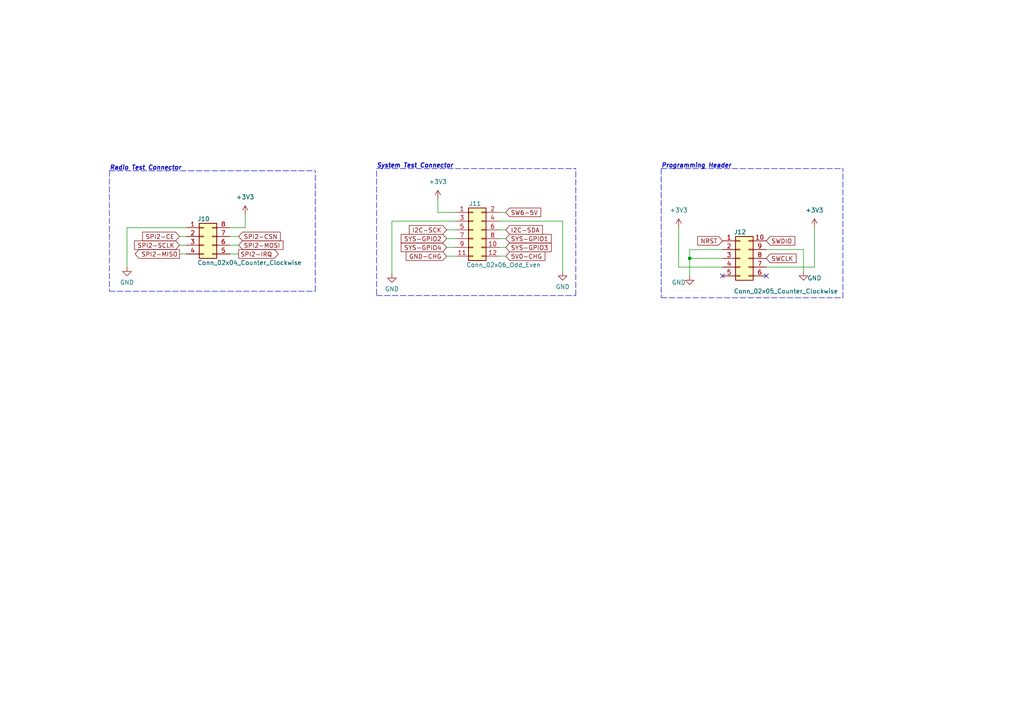
<source format=kicad_sch>
(kicad_sch (version 20211123) (generator eeschema)
  (paper "A4")
  (lib_symbols
    (symbol "Connector_Generic:Conn_02x04_Counter_Clockwise" (pin_names (offset 1.016) hide)
      (property "Reference" "J" (at 1.27 5.08 0))
      (property "Value" "Conn_02x04_Counter_Clockwise" (at 1.27 -7.62 0))
      (symbol "Conn_02x04_Counter_Clockwise_1_1"
        (rectangle (start -1.27 -4.953) (end 0 -5.207) (stroke (width 0.1524)))
        (rectangle (start -1.27 -2.413) (end 0 -2.667) (stroke (width 0.1524)))
        (rectangle (start -1.27 0.127) (end 0 -0.127) (stroke (width 0.1524)))
        (rectangle (start -1.27 2.667) (end 0 2.413) (stroke (width 0.1524)))
        (rectangle (start -1.27 3.81) (end 3.81 -6.35) (stroke (width 0.254)) (fill (type background)))
        (rectangle (start 3.81 -4.953) (end 2.54 -5.207) (stroke (width 0.1524)))
        (rectangle (start 3.81 -2.413) (end 2.54 -2.667) (stroke (width 0.1524)))
        (rectangle (start 3.81 0.127) (end 2.54 -0.127) (stroke (width 0.1524)))
        (rectangle (start 3.81 2.667) (end 2.54 2.413) (stroke (width 0.1524)))
        (pin passive line (at -5.08 2.54 0) (length 3.81) (name "Pin_1") (number "1"))
        (pin passive line (at -5.08 0 0) (length 3.81) (name "Pin_2") (number "2"))
        (pin passive line (at -5.08 -2.54 0) (length 3.81) (name "Pin_3") (number "3"))
        (pin passive line (at -5.08 -5.08 0) (length 3.81) (name "Pin_4") (number "4"))
        (pin passive line (at 7.62 -5.08 180) (length 3.81) (name "Pin_5") (number "5"))
        (pin passive line (at 7.62 -2.54 180) (length 3.81) (name "Pin_6") (number "6"))
        (pin passive line (at 7.62 0 180) (length 3.81) (name "Pin_7") (number "7"))
        (pin passive line (at 7.62 2.54 180) (length 3.81) (name "Pin_8") (number "8"))
      )
    )
    (symbol "Connector_Generic:Conn_02x05_Counter_Clockwise" (pin_names (offset 1.016) hide)
      (property "Reference" "J" (at 1.27 7.62 0))
      (property "Value" "Conn_02x05_Counter_Clockwise" (at 1.27 -7.62 0))
      (symbol "Conn_02x05_Counter_Clockwise_1_1"
        (rectangle (start -1.27 -4.953) (end 0 -5.207) (stroke (width 0.1524)))
        (rectangle (start -1.27 -2.413) (end 0 -2.667) (stroke (width 0.1524)))
        (rectangle (start -1.27 0.127) (end 0 -0.127) (stroke (width 0.1524)))
        (rectangle (start -1.27 2.667) (end 0 2.413) (stroke (width 0.1524)))
        (rectangle (start -1.27 5.207) (end 0 4.953) (stroke (width 0.1524)))
        (rectangle (start -1.27 6.35) (end 3.81 -6.35) (stroke (width 0.254)) (fill (type background)))
        (rectangle (start 3.81 -4.953) (end 2.54 -5.207) (stroke (width 0.1524)))
        (rectangle (start 3.81 -2.413) (end 2.54 -2.667) (stroke (width 0.1524)))
        (rectangle (start 3.81 0.127) (end 2.54 -0.127) (stroke (width 0.1524)))
        (rectangle (start 3.81 2.667) (end 2.54 2.413) (stroke (width 0.1524)))
        (rectangle (start 3.81 5.207) (end 2.54 4.953) (stroke (width 0.1524)))
        (pin passive line (at -5.08 5.08 0) (length 3.81) (name "Pin_1") (number "1"))
        (pin passive line (at 7.62 5.08 180) (length 3.81) (name "Pin_10") (number "10"))
        (pin passive line (at -5.08 2.54 0) (length 3.81) (name "Pin_2") (number "2"))
        (pin passive line (at -5.08 0 0) (length 3.81) (name "Pin_3") (number "3"))
        (pin passive line (at -5.08 -2.54 0) (length 3.81) (name "Pin_4") (number "4"))
        (pin passive line (at -5.08 -5.08 0) (length 3.81) (name "Pin_5") (number "5"))
        (pin passive line (at 7.62 -5.08 180) (length 3.81) (name "Pin_6") (number "6"))
        (pin passive line (at 7.62 -2.54 180) (length 3.81) (name "Pin_7") (number "7"))
        (pin passive line (at 7.62 0 180) (length 3.81) (name "Pin_8") (number "8"))
        (pin passive line (at 7.62 2.54 180) (length 3.81) (name "Pin_9") (number "9"))
      )
    )
    (symbol "Connector_Generic:Conn_02x06_Odd_Even" (pin_names (offset 1.016) hide)
      (property "Reference" "J" (at 1.27 7.62 0))
      (property "Value" "Conn_02x06_Odd_Even" (at 1.27 -10.16 0))
      (symbol "Conn_02x06_Odd_Even_1_1"
        (rectangle (start -1.27 -7.493) (end 0 -7.747) (stroke (width 0.1524)))
        (rectangle (start -1.27 -4.953) (end 0 -5.207) (stroke (width 0.1524)))
        (rectangle (start -1.27 -2.413) (end 0 -2.667) (stroke (width 0.1524)))
        (rectangle (start -1.27 0.127) (end 0 -0.127) (stroke (width 0.1524)))
        (rectangle (start -1.27 2.667) (end 0 2.413) (stroke (width 0.1524)))
        (rectangle (start -1.27 5.207) (end 0 4.953) (stroke (width 0.1524)))
        (rectangle (start -1.27 6.35) (end 3.81 -8.89) (stroke (width 0.254)) (fill (type background)))
        (rectangle (start 3.81 -7.493) (end 2.54 -7.747) (stroke (width 0.1524)))
        (rectangle (start 3.81 -4.953) (end 2.54 -5.207) (stroke (width 0.1524)))
        (rectangle (start 3.81 -2.413) (end 2.54 -2.667) (stroke (width 0.1524)))
        (rectangle (start 3.81 0.127) (end 2.54 -0.127) (stroke (width 0.1524)))
        (rectangle (start 3.81 2.667) (end 2.54 2.413) (stroke (width 0.1524)))
        (rectangle (start 3.81 5.207) (end 2.54 4.953) (stroke (width 0.1524)))
        (pin passive line (at -5.08 5.08 0) (length 3.81) (name "Pin_1") (number "1"))
        (pin passive line (at 7.62 -5.08 180) (length 3.81) (name "Pin_10") (number "10"))
        (pin passive line (at -5.08 -7.62 0) (length 3.81) (name "Pin_11") (number "11"))
        (pin passive line (at 7.62 -7.62 180) (length 3.81) (name "Pin_12") (number "12"))
        (pin passive line (at 7.62 5.08 180) (length 3.81) (name "Pin_2") (number "2"))
        (pin passive line (at -5.08 2.54 0) (length 3.81) (name "Pin_3") (number "3"))
        (pin passive line (at 7.62 2.54 180) (length 3.81) (name "Pin_4") (number "4"))
        (pin passive line (at -5.08 0 0) (length 3.81) (name "Pin_5") (number "5"))
        (pin passive line (at 7.62 0 180) (length 3.81) (name "Pin_6") (number "6"))
        (pin passive line (at -5.08 -2.54 0) (length 3.81) (name "Pin_7") (number "7"))
        (pin passive line (at 7.62 -2.54 180) (length 3.81) (name "Pin_8") (number "8"))
        (pin passive line (at -5.08 -5.08 0) (length 3.81) (name "Pin_9") (number "9"))
      )
    )
    (symbol "power:+3V3" (power) (pin_names (offset 0))
      (property "Value" "+3V3" (at 0 3.556 0))
      (symbol "+3V3_0_1"
        (polyline (pts (xy -0.762 1.27) (xy 0 2.54)))
        (polyline (pts (xy 0 0) (xy 0 2.54)))
        (polyline (pts (xy 0 2.54) (xy 0.762 1.27)))
      )
      (symbol "+3V3_1_1"
        (pin power_in line (at 0 0 90) (length 0) hide (name "+3V3") (number "1"))
      )
    )
    (symbol "power:GND" (power) (pin_names (offset 0))
      (property "Value" "GND" (at 0 -3.81 0))
      (symbol "GND_0_1"
        (polyline (pts (xy 0 0) (xy 0 -1.27) (xy 1.27 -1.27) (xy 0 -2.54) (xy -1.27 -1.27) (xy 0 -1.27)))
      )
      (symbol "GND_1_1"
        (pin power_in line (at 0 0 270) (length 0) hide (name "GND") (number "1"))
      )
    )
  )
  (junction (at 200.025 74.93))
  (no_connect (at 222.25 80.01))
  (no_connect (at 209.55 80.01))
  (wire (pts (xy 146.685 71.755) (xy 144.78 71.755)))
  (wire (pts (xy 69.215 68.58) (xy 66.675 68.58)))
  (polyline (pts (xy 244.475 86.36) (xy 244.475 48.895)))
  (wire (pts (xy 127 57.785) (xy 127 61.595)))
  (wire (pts (xy 129.54 74.295) (xy 132.08 74.295)))
  (wire (pts (xy 69.215 71.12) (xy 66.675 71.12)))
  (wire (pts (xy 144.78 64.135) (xy 163.195 64.135)))
  (wire (pts (xy 129.54 66.675) (xy 132.08 66.675)))
  (wire (pts (xy 129.54 69.215) (xy 132.08 69.215)))
  (polyline (pts (xy 167.005 85.725) (xy 167.005 48.895)))
  (wire (pts (xy 146.685 69.215) (xy 144.78 69.215)))
  (polyline (pts (xy 109.22 48.895) (xy 167.005 48.895)))
  (polyline (pts (xy 31.75 84.455) (xy 91.44 84.455)))
  (wire (pts (xy 200.025 72.39) (xy 200.025 74.93)))
  (wire (pts (xy 233.045 72.39) (xy 233.045 78.74)))
  (wire (pts (xy 200.025 74.93) (xy 200.025 80.01)))
  (polyline (pts (xy 191.77 86.36) (xy 244.475 86.36)))
  (wire (pts (xy 209.55 72.39) (xy 200.025 72.39)))
  (polyline (pts (xy 31.75 49.53) (xy 91.44 49.53)))
  (wire (pts (xy 196.85 66.04) (xy 196.85 77.47)))
  (polyline (pts (xy 109.22 85.725) (xy 167.005 85.725)))
  (wire (pts (xy 36.83 66.04) (xy 53.975 66.04)))
  (wire (pts (xy 222.25 72.39) (xy 233.045 72.39)))
  (wire (pts (xy 71.12 62.23) (xy 71.12 66.04)))
  (polyline (pts (xy 31.75 49.53) (xy 31.75 84.455)))
  (wire (pts (xy 52.07 68.58) (xy 53.975 68.58)))
  (wire (pts (xy 129.54 71.755) (xy 132.08 71.755)))
  (wire (pts (xy 196.85 77.47) (xy 209.55 77.47)))
  (polyline (pts (xy 109.22 49.53) (xy 109.22 85.725)))
  (wire (pts (xy 52.07 71.12) (xy 53.975 71.12)))
  (wire (pts (xy 146.685 66.675) (xy 144.78 66.675)))
  (wire (pts (xy 113.665 79.375) (xy 113.665 64.135)))
  (wire (pts (xy 163.195 64.135) (xy 163.195 78.74)))
  (polyline (pts (xy 191.77 48.895) (xy 244.475 48.895)))
  (wire (pts (xy 236.22 66.04) (xy 236.22 77.47)))
  (polyline (pts (xy 191.77 48.895) (xy 191.77 86.36)))
  (wire (pts (xy 200.025 74.93) (xy 209.55 74.93)))
  (wire (pts (xy 66.675 66.04) (xy 71.12 66.04)))
  (wire (pts (xy 36.83 66.04) (xy 36.83 77.47)))
  (polyline (pts (xy 91.44 84.455) (xy 91.44 49.53)))
  (wire (pts (xy 146.685 61.595) (xy 144.78 61.595)))
  (wire (pts (xy 113.665 64.135) (xy 132.08 64.135)))
  (wire (pts (xy 127 61.595) (xy 132.08 61.595)))
  (wire (pts (xy 236.22 77.47) (xy 222.25 77.47)))
  (wire (pts (xy 146.685 74.295) (xy 144.78 74.295)))
  (wire (pts (xy 52.07 73.66) (xy 53.975 73.66)))
  (wire (pts (xy 69.215 73.66) (xy 66.675 73.66)))
  (text "Radio Test Connector" (at 31.75 49.53 0) (effects (font (size 1.27 1.27) bold italic) (justify left bottom)))
  (text "Programming Header" (at 191.77 48.895 0) (effects (font (size 1.27 1.27) bold italic) (justify left bottom)))
  (text "System Test Connector" (at 109.22 48.895 0) (effects (font (size 1.27 1.27) bold italic) (justify left bottom)))
  (global_label "SYS-GPIO3" (shape input) (at 146.685 71.755 0) (property "Intersheet References" "${INTERSHEET_REFS}" (effects hide)))
  (global_label "SWCLK" (shape input) (at 222.25 74.93 0) (property "Intersheet References" "${INTERSHEET_REFS}" (effects hide)))
  (global_label "SYS-GPIO4" (shape input) (at 129.54 71.755 180) (property "Intersheet References" "${INTERSHEET_REFS}" (effects hide)))
  (global_label "SYS-GPIO1" (shape input) (at 146.685 69.215 0) (property "Intersheet References" "${INTERSHEET_REFS}" (effects hide)))
  (global_label "SW6-5V" (shape input) (at 146.685 61.595 0) (property "Intersheet References" "${INTERSHEET_REFS}" (effects hide)))
  (global_label "SPI2-MISO" (shape output) (at 52.07 73.66 180) (property "Intersheet References" "${INTERSHEET_REFS}" (effects hide)))
  (global_label "I2C-SDA" (shape input) (at 146.685 66.675 0) (property "Intersheet References" "${INTERSHEET_REFS}" (effects hide)))
  (global_label "SWDIO" (shape input) (at 222.25 69.85 0) (property "Intersheet References" "${INTERSHEET_REFS}" (effects hide)))
  (global_label "NRST" (shape input) (at 209.55 69.85 180) (property "Intersheet References" "${INTERSHEET_REFS}" (effects hide)))
  (global_label "SPI2-IRQ" (shape output) (at 69.215 73.66 0) (property "Intersheet References" "${INTERSHEET_REFS}" (effects hide)))
  (global_label "SPI2-SCLK" (shape input) (at 52.07 71.12 180) (property "Intersheet References" "${INTERSHEET_REFS}" (effects hide)))
  (global_label "SPI2-MOSI" (shape input) (at 69.215 71.12 0) (property "Intersheet References" "${INTERSHEET_REFS}" (effects hide)))
  (global_label "SPI2-CE" (shape input) (at 52.07 68.58 180) (property "Intersheet References" "${INTERSHEET_REFS}" (effects hide)))
  (global_label "5V0-CHG" (shape input) (at 146.685 74.295 0) (property "Intersheet References" "${INTERSHEET_REFS}" (effects hide)))
  (global_label "I2C-SCK" (shape input) (at 129.54 66.675 180) (property "Intersheet References" "${INTERSHEET_REFS}" (effects hide)))
  (global_label "GND-CHG" (shape input) (at 129.54 74.295 180) (property "Intersheet References" "${INTERSHEET_REFS}" (effects hide)))
  (global_label "SYS-GPIO2" (shape input) (at 129.54 69.215 180) (property "Intersheet References" "${INTERSHEET_REFS}" (effects hide)))
  (global_label "SPI2-CSN" (shape input) (at 69.215 68.58 0) (property "Intersheet References" "${INTERSHEET_REFS}" (effects hide)))
  (symbol (lib_id "power:+3V3") (at 236.22 66.04 0) (unit 1)
    (property "Reference" "#PWR041" (effects hide))
  )
  (symbol (lib_id "power:GND") (at 200.025 80.01 0) (unit 1)
    (property "Reference" "#PWR039" (effects hide))
  )
  (symbol (lib_id "Connector_Generic:Conn_02x04_Counter_Clockwise") (at 59.055 68.58 0) (unit 1)
    (property "Reference" "J10" (at 59.055 63.5 0))
    (property "Value" "Conn_02x04_Counter_Clockwise" (at 72.39 76.2 0))
    (property "Footprint" "Connector_PinSocket_2.54mm:PinSocket_2x04_P2.54mm_Vertical" (effects hide))
  )
  (symbol (lib_id "power:GND") (at 113.665 79.375 0) (unit 1)
    (property "Reference" "#PWR030" (effects hide))
  )
  (symbol (lib_id "power:GND") (at 233.045 78.74 0) (unit 1)
    (property "Reference" "#PWR040" (effects hide))
  )
  (symbol (lib_id "power:+3V3") (at 127 57.785 0) (unit 1)
    (property "Reference" "#PWR033" (effects hide))
  )
  (symbol (lib_id "power:GND") (at 36.83 77.47 0) (unit 1)
    (property "Reference" "#PWR036" (effects hide))
  )
  (symbol (lib_id "power:+3V3") (at 71.12 62.23 0) (unit 1)
    (property "Reference" "#PWR037" (effects hide))
  )
  (symbol (lib_id "Connector_Generic:Conn_02x06_Odd_Even") (at 137.16 66.675 0) (unit 1)
    (property "Reference" "J11" (at 137.795 59.055 0))
    (property "Value" "Conn_02x06_Odd_Even" (at 146.05 76.835 0))
    (property "Footprint" "Connector_PinSocket_2.54mm:PinSocket_2x06_P2.54mm_Horizontal" (effects hide))
  )
  (symbol (lib_id "Connector_Generic:Conn_02x05_Counter_Clockwise") (at 214.63 74.93 0) (unit 1)
    (property "Reference" "J12" (at 214.63 67.31 0))
    (property "Value" "Conn_02x05_Counter_Clockwise" (at 227.965 84.455 0))
    (property "Footprint" "Connector_PinSocket_2.54mm:PinSocket_2x05_P2.54mm_Horizontal" (effects hide))
  )
  (symbol (lib_id "power:+3V3") (at 196.85 66.04 0) (unit 1)
    (property "Reference" "#PWR038" (effects hide))
  )
  (symbol (lib_id "power:GND") (at 163.195 78.74 0) (unit 1)
    (property "Reference" "#PWR035" (effects hide))
  )
)
</source>
